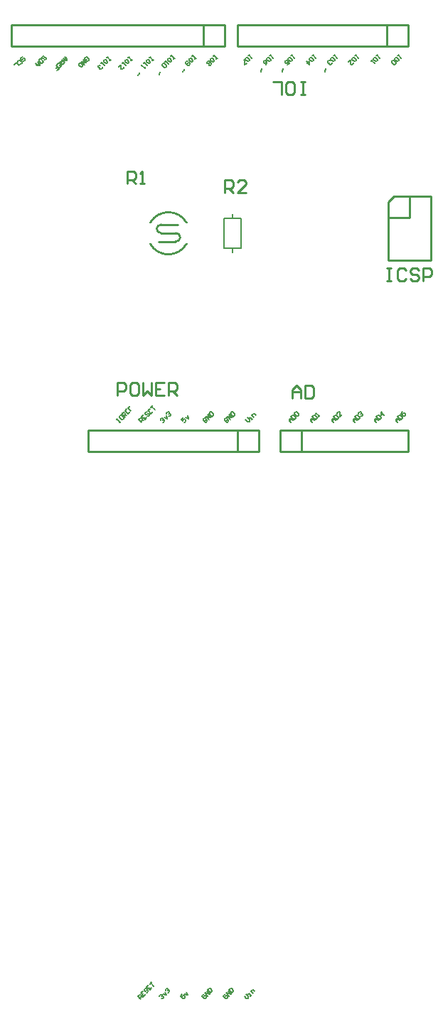
<source format=gbr>
%TF.GenerationSoftware,Altium Limited,Altium Designer,23.6.0 (18)*%
G04 Layer_Color=65535*
%FSLAX45Y45*%
%MOMM*%
%TF.SameCoordinates,BE964043-2EFE-40DF-B488-D83AE96C0F84*%
%TF.FilePolarity,Positive*%
%TF.FileFunction,Legend,Top*%
%TF.Part,Single*%
G01*
G75*
%TA.AperFunction,NonConductor*%
%ADD24C,0.25400*%
%ADD25C,0.20000*%
%ADD26C,0.12700*%
D24*
X3705807Y2632500D02*
G03*
X3711206Y2732500I3917J49934D01*
G01*
X3836006Y2855500D02*
G03*
X3402994Y2855500I-216506J-125000D01*
G01*
X3402387Y2603500D02*
G03*
X3835400Y2603500I216506J125000D01*
G01*
X3531210Y2832500D02*
G03*
X3531210Y2732500I-804J-50000D01*
G01*
X3531206Y2832500D02*
X3731206D01*
X3531206Y2732500D02*
X3711206D01*
X3505806Y2632500D02*
X3705806D01*
X4953000Y254000D02*
Y381000D01*
X5207000D01*
Y127000D02*
X6477000D01*
Y381000D01*
X5207000D02*
X6477000D01*
X5207000Y127000D02*
Y381000D01*
X4953000Y127000D02*
X5207000D01*
X4953000D02*
Y254000D01*
X4292600Y4953000D02*
Y5207000D01*
X4038600Y4953000D02*
X4292600D01*
X4038600D02*
Y5207000D01*
X1752600D02*
X4038600D01*
X1752600Y4953000D02*
Y5207000D01*
Y4953000D02*
X4038600D01*
Y5207000D02*
X4292600D01*
X6477000Y4953000D02*
Y5207000D01*
X4445000Y4953000D02*
X6477000D01*
X4445000D02*
Y5207000D01*
X6477000D01*
X6223000Y4953000D02*
Y5207000D01*
X4699000Y127000D02*
Y381000D01*
X2667000Y127000D02*
X4699000D01*
X2667000D02*
Y381000D01*
X4699000D01*
X4445000Y127000D02*
Y381000D01*
X6237000Y2407999D02*
X6745000D01*
Y3169999D01*
X6237000Y2915999D02*
X6491000D01*
Y3169999D01*
X6237000Y2407999D02*
Y3106499D01*
X6300500Y3169999D01*
X6745000D01*
X3133090Y3318510D02*
Y3470861D01*
X3209265D01*
X3234657Y3445469D01*
Y3394685D01*
X3209265Y3369293D01*
X3133090D01*
X3183873D02*
X3234657Y3318510D01*
X3285441D02*
X3336224D01*
X3310833D01*
Y3470861D01*
X3285441Y3445469D01*
X4286250Y3211830D02*
Y3364181D01*
X4362425D01*
X4387817Y3338789D01*
Y3288005D01*
X4362425Y3262613D01*
X4286250D01*
X4337033D02*
X4387817Y3211830D01*
X4540168D02*
X4438601D01*
X4540168Y3313397D01*
Y3338789D01*
X4514776Y3364181D01*
X4463993D01*
X4438601Y3338789D01*
X5092700Y762000D02*
Y863567D01*
X5143483Y914351D01*
X5194267Y863567D01*
Y762000D01*
Y838175D01*
X5092700D01*
X5245051Y914351D02*
Y762000D01*
X5321226D01*
X5346618Y787392D01*
Y888959D01*
X5321226Y914351D01*
X5245051D01*
X5245100Y4381549D02*
X5194317D01*
X5219708D01*
Y4533900D01*
X5245100D01*
X5194317D01*
X5041966Y4381549D02*
X5092749D01*
X5118141Y4406941D01*
Y4508508D01*
X5092749Y4533900D01*
X5041966D01*
X5016574Y4508508D01*
Y4406941D01*
X5041966Y4381549D01*
X4965790D02*
Y4533900D01*
X4864223D01*
X3009900Y800100D02*
Y952451D01*
X3086075D01*
X3111467Y927059D01*
Y876275D01*
X3086075Y850883D01*
X3009900D01*
X3238426Y952451D02*
X3187643D01*
X3162251Y927059D01*
Y825492D01*
X3187643Y800100D01*
X3238426D01*
X3263818Y825492D01*
Y927059D01*
X3238426Y952451D01*
X3314601D02*
Y800100D01*
X3365385Y850883D01*
X3416169Y800100D01*
Y952451D01*
X3568519D02*
X3466952D01*
Y800100D01*
X3568519D01*
X3466952Y876275D02*
X3517736D01*
X3619303Y800100D02*
Y952451D01*
X3695478D01*
X3720870Y927059D01*
Y876275D01*
X3695478Y850883D01*
X3619303D01*
X3670086D02*
X3720870Y800100D01*
X6223000Y2311351D02*
X6273783D01*
X6248392D01*
Y2159000D01*
X6223000D01*
X6273783D01*
X6451526Y2285959D02*
X6426134Y2311351D01*
X6375351D01*
X6349959Y2285959D01*
Y2184392D01*
X6375351Y2159000D01*
X6426134D01*
X6451526Y2184392D01*
X6603877Y2285959D02*
X6578485Y2311351D01*
X6527701D01*
X6502310Y2285959D01*
Y2260567D01*
X6527701Y2235175D01*
X6578485D01*
X6603877Y2209783D01*
Y2184392D01*
X6578485Y2159000D01*
X6527701D01*
X6502310Y2184392D01*
X6654660Y2159000D02*
Y2311351D01*
X6730836D01*
X6756228Y2285959D01*
Y2235175D01*
X6730836Y2209783D01*
X6654660D01*
D25*
X4381500Y2910500D02*
Y2961000D01*
Y2500000D02*
Y2550500D01*
X4281500D02*
X4481500D01*
Y2910500D01*
X4281500D02*
X4481500D01*
X4281500Y2550500D02*
Y2910500D01*
D26*
X2387600Y4833439D02*
X2411539Y4809500D01*
Y4785560D01*
X2387600D01*
X2363660Y4809500D01*
X2381615Y4791545D01*
X2405555Y4815485D01*
X2351691Y4797530D02*
X2387600Y4761621D01*
X2369645Y4743666D01*
X2357676D01*
X2345706Y4755636D01*
Y4767605D01*
X2363660Y4785560D01*
X2351691Y4773590D02*
X2327751D01*
Y4701772D02*
X2351691Y4725711D01*
X2315781Y4761621D01*
X2291842Y4737681D01*
X2333736Y4743666D02*
X2321766Y4731696D01*
X2291842Y4665862D02*
X2315781Y4689802D01*
X2297827Y4707757D01*
X2285857Y4695787D01*
X2297827Y4707757D01*
X2279872Y4725711D01*
X2647585Y4779575D02*
X2659554D01*
X2671524Y4791545D01*
X2671525Y4803515D01*
X2647585Y4827454D01*
X2635615D01*
X2623645Y4815485D01*
X2623646Y4803515D01*
X2635615Y4791545D01*
X2647585Y4803515D01*
X2605691Y4797530D02*
X2641600Y4761621D01*
X2581751Y4773590D01*
X2617660Y4737681D01*
X2605691Y4725711D02*
X2569781Y4761621D01*
X2551826Y4743666D01*
X2551827Y4731696D01*
X2575766Y4707757D01*
X2587736D01*
X2605691Y4725711D01*
X2931509Y4797530D02*
X2919540Y4785560D01*
X2925524Y4791545D01*
X2889615Y4827454D01*
X2895600Y4833439D01*
X2883630Y4821470D01*
X2883630Y4749651D02*
X2895600Y4761621D01*
X2895600Y4773590D01*
X2871660Y4797530D01*
X2859690D01*
X2847721Y4785560D01*
Y4773590D01*
X2871660Y4749651D01*
X2883630D01*
X2829766Y4767605D02*
X2817796Y4755636D01*
X2823781Y4761621D01*
X2859690Y4725711D01*
X2859691Y4737681D01*
X2829766Y4707756D02*
Y4695787D01*
X2817796Y4683817D01*
X2805826D01*
X2799841Y4689802D01*
Y4701771D01*
X2805826Y4707756D01*
X2799841Y4701771D01*
X2787872Y4701772D01*
X2781887Y4707756D01*
X2781887Y4719726D01*
X2793856Y4731696D01*
X2805826D01*
X3185509Y4797530D02*
X3173540Y4785560D01*
X3179524Y4791545D01*
X3143615Y4827454D01*
X3149600Y4833439D01*
X3137630Y4821470D01*
X3137630Y4749651D02*
X3149600Y4761621D01*
X3149600Y4773590D01*
X3125661Y4797530D01*
X3113690D01*
X3101721Y4785560D01*
Y4773590D01*
X3125661Y4749651D01*
X3137630D01*
X3083766Y4767605D02*
X3071796Y4755636D01*
X3077781Y4761621D01*
X3113690Y4725711D01*
X3113691Y4737681D01*
X3029902Y4713741D02*
X3053841Y4737681D01*
Y4689802D01*
X3059826Y4683817D01*
X3071796D01*
X3083766Y4695787D01*
Y4707756D01*
X3439509Y4797530D02*
X3427540Y4785560D01*
X3433524Y4791545D01*
X3397615Y4827454D01*
X3403600Y4833439D01*
X3391630Y4821470D01*
X3391630Y4749651D02*
X3403600Y4761621D01*
X3403600Y4773590D01*
X3379660Y4797530D01*
X3367690D01*
X3355721Y4785560D01*
Y4773590D01*
X3379660Y4749651D01*
X3391630D01*
X3337766Y4767605D02*
X3325796Y4755636D01*
X3331781Y4761621D01*
X3367690Y4725711D01*
X3367691Y4737681D01*
X3307841D02*
X3295872Y4725711D01*
X3301856Y4731696D01*
X3337766Y4695787D01*
Y4707756D01*
X3271932Y4641922D02*
X3271932Y4629953D01*
X3259962Y4617983D01*
X3259962Y4606013D01*
X3693509Y4815491D02*
X3681540Y4803521D01*
X3687524Y4809506D01*
X3651615Y4845415D01*
X3657600Y4851400D01*
X3645630Y4839430D01*
X3645630Y4767611D02*
X3657600Y4779581D01*
X3657600Y4791551D01*
X3633660Y4815490D01*
X3621690D01*
X3609721Y4803521D01*
Y4791551D01*
X3633660Y4767611D01*
X3645630D01*
X3591766Y4785566D02*
X3579796Y4773596D01*
X3585781Y4779581D01*
X3621690Y4743672D01*
X3621691Y4755641D01*
X3591766Y4725717D02*
Y4713747D01*
X3579796Y4701777D01*
X3567826D01*
X3543887Y4725717D01*
X3543887Y4737687D01*
X3555856Y4749656D01*
X3567826D01*
X3591766Y4725717D01*
X3519947Y4653898D02*
X3519947Y4641928D01*
X3507977Y4629959D01*
X3507978Y4617989D01*
X3947509Y4815491D02*
X3935540Y4803521D01*
X3941524Y4809506D01*
X3905615Y4845415D01*
X3911600Y4851400D01*
X3899630Y4839430D01*
X3899630Y4767611D02*
X3911600Y4779581D01*
X3911600Y4791551D01*
X3887660Y4815490D01*
X3875690D01*
X3863721Y4803521D01*
Y4791551D01*
X3887660Y4767611D01*
X3899630D01*
X3851751Y4779581D02*
X3839781D01*
X3827811Y4767611D01*
X3827811Y4755641D01*
X3851751Y4731702D01*
X3863721D01*
X3875690Y4743672D01*
X3875691Y4755641D01*
X3869706Y4761626D01*
X3857736Y4761626D01*
X3839781Y4743672D01*
X3803872Y4683823D02*
X3803872Y4671853D01*
X3791902Y4659883D01*
X3791902Y4647913D01*
X4201509Y4815491D02*
X4189540Y4803521D01*
X4195524Y4809506D01*
X4159615Y4845415D01*
X4165600Y4851400D01*
X4153630Y4839430D01*
X4153630Y4767611D02*
X4165600Y4779581D01*
X4165600Y4791551D01*
X4141660Y4815490D01*
X4129690D01*
X4117721Y4803521D01*
Y4791551D01*
X4141660Y4767611D01*
X4153630D01*
X4129691Y4755641D02*
X4129690Y4743672D01*
X4117721Y4731702D01*
X4105751D01*
X4099766Y4737687D01*
Y4749656D01*
X4087796Y4749657D01*
X4081811Y4755641D01*
X4081811Y4767611D01*
X4093781Y4779581D01*
X4105751D01*
X4111736Y4773596D01*
Y4761626D01*
X4123706Y4761626D01*
X4129691Y4755641D01*
X4111736Y4761626D02*
X4099766Y4749656D01*
X4620609Y4822930D02*
X4608639Y4810960D01*
X4614624Y4816945D01*
X4578715Y4852854D01*
X4584700Y4858839D01*
X4572730Y4846870D01*
X4572730Y4775051D02*
X4584700Y4787021D01*
X4584700Y4798990D01*
X4560760Y4822930D01*
X4548790D01*
X4536821Y4810960D01*
Y4798990D01*
X4560760Y4775051D01*
X4572730D01*
X4554775Y4757096D02*
X4530836Y4733157D01*
X4524851Y4739141D01*
Y4787021D01*
X4518866Y4793005D01*
X4874609Y4822930D02*
X4862639Y4810960D01*
X4868624Y4816945D01*
X4832715Y4852854D01*
X4838700Y4858839D01*
X4826730Y4846870D01*
X4826730Y4775051D02*
X4838700Y4787021D01*
X4838700Y4798990D01*
X4814760Y4822930D01*
X4802790D01*
X4790821Y4810960D01*
Y4798990D01*
X4814760Y4775051D01*
X4826730D01*
X4784836Y4733157D02*
X4790821Y4751111D01*
Y4775051D01*
X4778851Y4787021D01*
X4766881D01*
X4754911Y4775051D01*
X4754911Y4763081D01*
X4760896Y4757096D01*
X4772866Y4757096D01*
X4790821Y4775051D01*
X4730972Y4691262D02*
X4730972Y4679292D01*
X4719002Y4667323D01*
X4719002Y4655353D01*
X5128609Y4822930D02*
X5116639Y4810960D01*
X5122624Y4816945D01*
X5086715Y4852854D01*
X5092700Y4858839D01*
X5080730Y4846870D01*
X5080730Y4775051D02*
X5092700Y4787021D01*
X5092700Y4798990D01*
X5068760Y4822930D01*
X5056790D01*
X5044821Y4810960D01*
Y4798990D01*
X5068760Y4775051D01*
X5080730D01*
X5038836Y4733157D02*
X5062775Y4757096D01*
X5044821Y4775051D01*
X5038836Y4757096D01*
X5032851Y4751111D01*
X5020881D01*
X5008911Y4763081D01*
X5008911Y4775051D01*
X5020881Y4787021D01*
X5032851D01*
X4984972Y4691262D02*
X4984972Y4679292D01*
X4973002Y4667323D01*
X4973002Y4655353D01*
X5382609Y4822930D02*
X5370639Y4810960D01*
X5376624Y4816945D01*
X5340715Y4852854D01*
X5346700Y4858839D01*
X5334730Y4846870D01*
X5334730Y4775051D02*
X5346700Y4787021D01*
X5346700Y4798990D01*
X5322760Y4822930D01*
X5310790D01*
X5298821Y4810960D01*
Y4798990D01*
X5322760Y4775051D01*
X5334730D01*
X5262911D02*
X5298821Y4739141D01*
Y4775051D01*
X5274881Y4751111D01*
X5636609Y4822930D02*
X5624639Y4810960D01*
X5630624Y4816945D01*
X5594715Y4852854D01*
X5600700Y4858839D01*
X5588730Y4846870D01*
X5588730Y4775051D02*
X5600700Y4787021D01*
X5600700Y4798990D01*
X5576760Y4822930D01*
X5564790D01*
X5552821Y4810960D01*
Y4798990D01*
X5576760Y4775051D01*
X5588730D01*
X5564791Y4763081D02*
X5564790Y4751111D01*
X5552821Y4739141D01*
X5540851D01*
X5534866Y4745126D01*
Y4757096D01*
X5540851Y4763081D01*
X5534866Y4757096D01*
X5522896Y4757096D01*
X5516911Y4763081D01*
X5516911Y4775051D01*
X5528881Y4787021D01*
X5540851D01*
X5492972Y4691262D02*
X5492972Y4679292D01*
X5481002Y4667323D01*
X5481002Y4655353D01*
X5890609Y4822930D02*
X5878639Y4810960D01*
X5884624Y4816945D01*
X5848715Y4852854D01*
X5854700Y4858839D01*
X5842730Y4846870D01*
X5842730Y4775051D02*
X5854700Y4787021D01*
X5854700Y4798990D01*
X5830760Y4822930D01*
X5818790D01*
X5806821Y4810960D01*
Y4798990D01*
X5830760Y4775051D01*
X5842730D01*
X5764926Y4769066D02*
X5788866Y4793005D01*
Y4745126D01*
X5794851Y4739141D01*
X5806821D01*
X5818790Y4751111D01*
X5818791Y4763081D01*
X6144609Y4822930D02*
X6132639Y4810960D01*
X6138624Y4816945D01*
X6102715Y4852854D01*
X6108700Y4858839D01*
X6096730Y4846870D01*
X6096730Y4775051D02*
X6108700Y4787021D01*
X6108700Y4798990D01*
X6084760Y4822930D01*
X6072790D01*
X6060821Y4810960D01*
Y4798990D01*
X6084760Y4775051D01*
X6096730D01*
X6042866Y4793005D02*
X6030896Y4781036D01*
X6036881Y4787021D01*
X6072790Y4751111D01*
X6072791Y4763081D01*
X6398609Y4822930D02*
X6386639Y4810960D01*
X6392624Y4816945D01*
X6356715Y4852854D01*
X6362700Y4858839D01*
X6350730Y4846870D01*
X6350730Y4775051D02*
X6362700Y4787021D01*
X6362700Y4798990D01*
X6338760Y4822930D01*
X6326790D01*
X6314821Y4810960D01*
Y4798990D01*
X6338760Y4775051D01*
X6350730D01*
X6326791Y4763081D02*
X6326790Y4751111D01*
X6314821Y4739141D01*
X6302851D01*
X6278911Y4763081D01*
X6278911Y4775051D01*
X6290881Y4787021D01*
X6302851D01*
X6326791Y4763081D01*
X6350000Y475161D02*
X6326060Y499100D01*
Y523040D01*
X6350000D01*
X6373939Y499100D01*
X6355985Y517055D01*
X6332045Y493115D01*
X6350000Y546979D02*
X6385909Y511070D01*
X6403864Y529025D01*
Y540995D01*
X6379924Y564934D01*
X6367955D01*
X6350000Y546979D01*
X6409849Y606828D02*
X6385909Y582889D01*
X6403864Y564934D01*
X6409849Y582889D01*
X6415834Y588874D01*
X6427804D01*
X6439773Y576904D01*
X6439774Y564934D01*
X6427804Y552964D01*
X6415834D01*
X6096000Y475161D02*
X6072060Y499100D01*
Y523040D01*
X6096000D01*
X6119939Y499100D01*
X6101985Y517055D01*
X6078045Y493115D01*
X6096000Y546979D02*
X6131909Y511070D01*
X6149864Y529025D01*
Y540995D01*
X6125924Y564934D01*
X6113955D01*
X6096000Y546979D01*
X6185774Y564934D02*
X6149864Y600843D01*
Y564934D01*
X6173804Y588874D01*
X5842000Y475161D02*
X5818060Y499100D01*
Y523040D01*
X5842000D01*
X5865939Y499100D01*
X5847985Y517055D01*
X5824045Y493115D01*
X5842000Y546979D02*
X5877909Y511070D01*
X5895864Y529025D01*
Y540995D01*
X5871924Y564934D01*
X5859955D01*
X5842000Y546979D01*
X5883894Y576904D02*
Y588874D01*
X5895864Y600843D01*
X5907834D01*
X5913819Y594858D01*
Y582889D01*
X5907834Y576904D01*
X5913819Y582889D01*
X5925789Y582889D01*
X5931773Y576904D01*
X5931774Y564934D01*
X5919804Y552964D01*
X5907834D01*
X5588000Y475161D02*
X5564060Y499100D01*
Y523040D01*
X5588000D01*
X5611939Y499100D01*
X5593985Y517055D01*
X5570045Y493115D01*
X5588000Y546979D02*
X5623909Y511070D01*
X5641864Y529025D01*
Y540995D01*
X5617924Y564934D01*
X5605955D01*
X5588000Y546979D01*
X5683758Y570919D02*
X5659819Y546979D01*
Y594858D01*
X5653834Y600843D01*
X5641864D01*
X5629894Y588874D01*
Y576904D01*
X5334000Y475161D02*
X5310060Y499100D01*
Y523040D01*
X5334000D01*
X5357939Y499100D01*
X5339985Y517055D01*
X5316045Y493115D01*
X5334000Y546979D02*
X5369909Y511070D01*
X5387864Y529025D01*
Y540995D01*
X5363924Y564934D01*
X5351955D01*
X5334000Y546979D01*
X5405819D02*
X5417789Y558949D01*
X5411804Y552964D01*
X5375894Y588874D01*
Y576904D01*
X5080000Y475161D02*
X5056060Y499100D01*
Y523040D01*
X5080000D01*
X5103939Y499100D01*
X5085985Y517055D01*
X5062045Y493115D01*
X5080000Y546979D02*
X5115909Y511070D01*
X5133864Y529025D01*
Y540995D01*
X5109924Y564934D01*
X5097955D01*
X5080000Y546979D01*
X5121894Y576904D02*
Y588874D01*
X5133864Y600843D01*
X5145834D01*
X5169773Y576904D01*
X5169774Y564934D01*
X5157804Y552964D01*
X5145834D01*
X5121894Y576904D01*
X4536091Y511070D02*
X4560030Y487130D01*
X4583970D01*
Y511070D01*
X4560030Y535010D01*
X4607909Y511070D02*
X4619879Y523040D01*
X4613894Y517055D01*
X4589955Y540995D01*
X4583970Y535010D01*
X4637834Y540995D02*
X4613894Y564934D01*
X4631849Y582889D01*
X4643819D01*
X4661774Y564934D01*
X4312015Y529025D02*
X4300046D01*
X4288076Y517055D01*
X4288075Y505085D01*
X4312015Y481146D01*
X4323985D01*
X4335955Y493115D01*
X4335954Y505085D01*
X4323985Y517055D01*
X4312015Y505085D01*
X4353909Y511070D02*
X4318000Y546979D01*
X4377849Y535010D01*
X4341939Y570919D01*
X4353909Y582889D02*
X4389819Y546979D01*
X4407774Y564934D01*
X4407773Y576904D01*
X4383834Y600843D01*
X4371864D01*
X4353909Y582889D01*
X4058015Y529025D02*
X4046046D01*
X4034076Y517055D01*
X4034075Y505085D01*
X4058015Y481146D01*
X4069985D01*
X4081955Y493115D01*
X4081954Y505085D01*
X4069985Y517055D01*
X4058015Y505085D01*
X4099909Y511070D02*
X4064000Y546979D01*
X4123849Y535010D01*
X4087940Y570919D01*
X4099909Y582889D02*
X4135819Y546979D01*
X4153774Y564934D01*
X4153773Y576904D01*
X4129834Y600843D01*
X4117864D01*
X4099909Y582889D01*
X3798030Y535010D02*
X3774091Y511070D01*
X3792045Y493115D01*
X3798030Y511070D01*
X3804015Y517055D01*
X3815985D01*
X3827954Y505085D01*
X3827955Y493115D01*
X3815985Y481146D01*
X3804015D01*
X3821970Y535010D02*
X3857879Y523040D01*
X3845909Y558949D01*
X3526075Y505085D02*
X3526076Y517055D01*
X3538046Y529025D01*
X3550015D01*
X3556000Y523040D01*
Y511070D01*
X3550015Y505085D01*
X3556000Y511070D01*
X3567970Y511070D01*
X3573954Y505085D01*
X3573955Y493115D01*
X3561985Y481146D01*
X3550015D01*
X3567970Y535010D02*
X3603879Y523040D01*
X3591909Y558949D01*
X3597894Y576904D02*
Y588874D01*
X3609864Y600843D01*
X3621834D01*
X3627819Y594858D01*
Y582889D01*
X3621834Y576904D01*
X3627819Y582889D01*
X3639789Y582889D01*
X3645773Y576904D01*
X3645774Y564934D01*
X3633804Y552964D01*
X3621834D01*
X3302000Y475161D02*
X3266091Y511070D01*
X3284046Y529025D01*
X3296015D01*
X3307985Y517055D01*
X3307985Y505085D01*
X3290030Y487130D01*
X3302000Y499100D02*
X3325939D01*
Y570919D02*
X3302000Y546979D01*
X3337909Y511070D01*
X3361849Y535010D01*
X3319954Y529025D02*
X3331924Y540995D01*
X3367834Y600843D02*
X3355864D01*
X3343894Y588874D01*
Y576904D01*
X3349879Y570919D01*
X3361849Y570919D01*
X3373819Y582889D01*
X3385789Y582889D01*
X3391773Y576904D01*
X3391774Y564934D01*
X3379804Y552964D01*
X3367834D01*
X3397758Y642738D02*
X3373819Y618798D01*
X3409728Y582889D01*
X3433668Y606828D01*
X3391773Y600843D02*
X3403743Y612813D01*
X3409728Y654707D02*
X3433668Y678647D01*
X3421698Y666677D01*
X3457607Y630768D01*
X4523391Y-6352191D02*
X4547330Y-6376130D01*
X4571270D01*
Y-6352191D01*
X4547330Y-6328251D01*
X4595209Y-6352191D02*
X4607179Y-6340221D01*
X4601194Y-6346206D01*
X4577255Y-6322266D01*
X4571270Y-6328251D01*
X4625134Y-6322266D02*
X4601194Y-6298326D01*
X4619149Y-6280372D01*
X4631119D01*
X4649074Y-6298326D01*
X4299315Y-6334236D02*
X4287346D01*
X4275376Y-6346206D01*
X4275375Y-6358175D01*
X4299315Y-6382115D01*
X4311285D01*
X4323255Y-6370145D01*
X4323254Y-6358175D01*
X4311285Y-6346206D01*
X4299315Y-6358175D01*
X4341209Y-6352191D02*
X4305300Y-6316281D01*
X4365149Y-6328251D01*
X4329239Y-6292342D01*
X4341209Y-6280372D02*
X4377119Y-6316281D01*
X4395074Y-6298326D01*
X4395073Y-6286357D01*
X4371134Y-6262417D01*
X4359164D01*
X4341209Y-6280372D01*
X4045315Y-6334236D02*
X4033346D01*
X4021376Y-6346206D01*
X4021375Y-6358175D01*
X4045315Y-6382115D01*
X4057285D01*
X4069255Y-6370145D01*
X4069254Y-6358175D01*
X4057285Y-6346206D01*
X4045315Y-6358175D01*
X4087209Y-6352191D02*
X4051300Y-6316281D01*
X4111149Y-6328251D01*
X4075239Y-6292342D01*
X4087209Y-6280372D02*
X4123119Y-6316281D01*
X4141074Y-6298326D01*
X4141073Y-6286357D01*
X4117134Y-6262417D01*
X4105164D01*
X4087209Y-6280372D01*
X3785330Y-6328251D02*
X3761391Y-6352191D01*
X3779345Y-6370145D01*
X3785330Y-6352191D01*
X3791315Y-6346206D01*
X3803285D01*
X3815254Y-6358175D01*
X3815255Y-6370145D01*
X3803285Y-6382115D01*
X3791315D01*
X3809270Y-6328251D02*
X3845179Y-6340221D01*
X3833209Y-6304311D01*
X3513375Y-6358175D02*
X3513376Y-6346206D01*
X3525346Y-6334236D01*
X3537315D01*
X3543300Y-6340221D01*
Y-6352190D01*
X3537315Y-6358175D01*
X3543300Y-6352190D01*
X3555270Y-6352191D01*
X3561254Y-6358175D01*
X3561255Y-6370145D01*
X3549285Y-6382115D01*
X3537315D01*
X3555270Y-6328251D02*
X3591179Y-6340221D01*
X3579209Y-6304311D01*
X3585194Y-6286357D02*
Y-6274387D01*
X3597164Y-6262417D01*
X3609134D01*
X3615119Y-6268402D01*
Y-6280372D01*
X3609134Y-6286357D01*
X3615119Y-6280372D01*
X3627089Y-6280372D01*
X3633073Y-6286357D01*
X3633074Y-6298326D01*
X3621104Y-6310296D01*
X3609134D01*
X3289300Y-6388100D02*
X3253391Y-6352191D01*
X3271346Y-6334236D01*
X3283315D01*
X3295285Y-6346206D01*
X3295285Y-6358175D01*
X3277330Y-6376130D01*
X3289300Y-6364160D02*
X3313240D01*
Y-6292342D02*
X3289300Y-6316281D01*
X3325209Y-6352191D01*
X3349149Y-6328251D01*
X3307254Y-6334236D02*
X3319224Y-6322266D01*
X3355134Y-6262417D02*
X3343164D01*
X3331194Y-6274387D01*
Y-6286357D01*
X3337179Y-6292342D01*
X3349149Y-6292341D01*
X3361119Y-6280372D01*
X3373089Y-6280372D01*
X3379073Y-6286357D01*
X3379074Y-6298326D01*
X3367104Y-6310296D01*
X3355134D01*
X3385058Y-6220523D02*
X3361119Y-6244462D01*
X3397028Y-6280372D01*
X3420968Y-6256432D01*
X3379073Y-6262417D02*
X3391043Y-6250447D01*
X3397028Y-6208553D02*
X3420968Y-6184614D01*
X3408998Y-6196583D01*
X3444907Y-6232493D01*
X2999391Y511070D02*
X3011360Y523040D01*
X3005376Y517055D01*
X3041285Y481146D01*
X3035300Y475161D01*
X3047270Y487130D01*
X3047270Y558949D02*
X3035300Y546979D01*
X3035300Y535010D01*
X3059239Y511070D01*
X3071210D01*
X3083179Y523040D01*
Y535010D01*
X3059239Y558949D01*
X3047270D01*
X3101134Y540995D02*
X3065225Y576904D01*
X3083179Y594859D01*
X3095149D01*
X3107119Y582889D01*
Y570919D01*
X3089164Y552964D01*
X3101134Y564934D02*
X3125074D01*
Y636753D02*
X3101134Y612813D01*
X3137043Y576904D01*
X3160983Y600843D01*
X3119089Y594859D02*
X3131058Y606828D01*
X3160983Y672662D02*
X3137043Y648723D01*
X3154998Y630768D01*
X3166968Y642738D01*
X3154998Y630768D01*
X3172953Y612813D01*
X2139585Y4792275D02*
X2151554D01*
X2163524Y4804245D01*
X2163525Y4816215D01*
X2157539Y4822200D01*
X2145570Y4822200D01*
X2133600Y4810230D01*
X2121630Y4810230D01*
X2115646Y4816215D01*
X2115645Y4828185D01*
X2127615Y4840154D01*
X2139585D01*
X2133600Y4774321D02*
X2097691Y4810230D01*
X2079736Y4792275D01*
Y4780305D01*
X2103676Y4756366D01*
X2115645D01*
X2133600Y4774321D01*
X2061781D02*
X2085721Y4750381D01*
Y4726442D01*
X2061781D01*
X2037842Y4750381D01*
X2055796Y4732426D01*
X2079736Y4756366D01*
X1885585Y4779575D02*
X1897554D01*
X1909524Y4791545D01*
X1909525Y4803515D01*
X1903539Y4809500D01*
X1891570Y4809500D01*
X1879600Y4797530D01*
X1867630Y4797530D01*
X1861646Y4803515D01*
X1861645Y4815485D01*
X1873615Y4827454D01*
X1885585D01*
X1849676Y4743666D02*
X1861645D01*
X1873615Y4755636D01*
X1873615Y4767605D01*
X1849676Y4791545D01*
X1837706D01*
X1825736Y4779575D01*
Y4767605D01*
X1843691Y4725711D02*
X1807781Y4761621D01*
X1783842Y4737681D01*
%TF.MD5,4784e3a85005fdd0ed20acf2f45ff858*%
M02*

</source>
